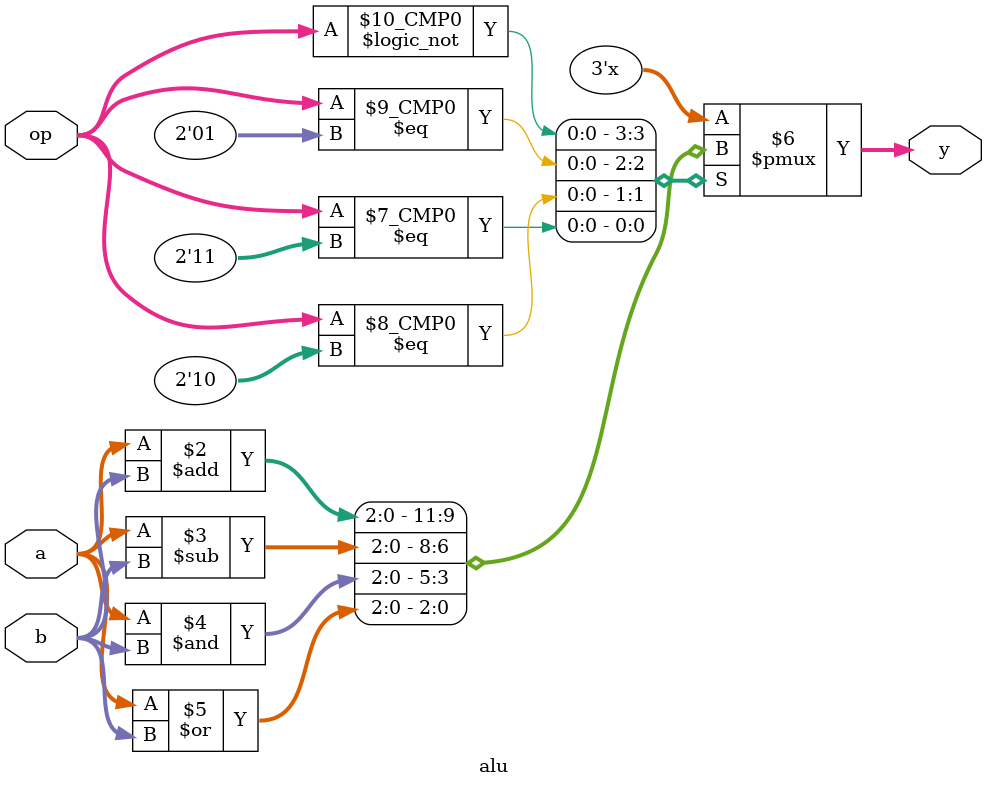
<source format=v>
`timescale 1ns / 1ps


module alu(a,b,op,y);
    input [1:0] a , b;
    input [1:0] op;
    output reg[2:0] y;
    
    always@(*)
    begin
    case(op)
        2'b00 : y = a+b;
        2'b01 : y = a-b;
        2'b10 : y = a&b;
        2'b11 : y = a|b;
        default : y = 0;
    endcase
    end
endmodule

</source>
